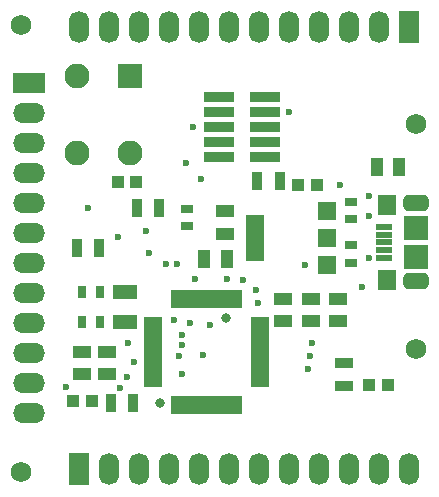
<source format=gts>
G04 Layer_Color=8388736*
%FSLAX44Y44*%
%MOMM*%
G71*
G01*
G75*
%ADD37C,0.6000*%
%ADD41R,1.5032X1.5032*%
%ADD42R,1.5032X4.0032*%
%ADD43R,1.4500X0.5000*%
%ADD44R,1.6032X1.8032*%
%ADD45R,2.1032X2.1032*%
%ADD46R,2.6032X0.9432*%
%ADD47R,0.4932X1.5532*%
%ADD48R,1.5532X0.4932*%
%ADD49R,1.5032X1.1032*%
%ADD50R,0.9032X1.5032*%
%ADD51R,1.1032X0.8032*%
%ADD52R,1.1032X1.5032*%
%ADD53R,1.0032X1.0032*%
%ADD54R,1.5032X0.9032*%
%ADD55R,2.0032X1.2032*%
%ADD56R,0.8032X1.1032*%
%ADD57C,1.7272*%
%ADD58O,1.7032X2.7032*%
%ADD59R,1.7032X2.7032*%
G04:AMPARAMS|DCode=60|XSize=2.2032mm|YSize=1.4032mm|CornerRadius=0.4616mm|HoleSize=0mm|Usage=FLASHONLY|Rotation=180.000|XOffset=0mm|YOffset=0mm|HoleType=Round|Shape=RoundedRectangle|*
%AMROUNDEDRECTD60*
21,1,2.2032,0.4800,0,0,180.0*
21,1,1.2800,1.4032,0,0,180.0*
1,1,0.9232,-0.6400,0.2400*
1,1,0.9232,0.6400,0.2400*
1,1,0.9232,0.6400,-0.2400*
1,1,0.9232,-0.6400,-0.2400*
%
%ADD60ROUNDEDRECTD60*%
%ADD61O,2.7032X1.7032*%
%ADD62R,2.7032X1.7032*%
%ADD63C,2.1032*%
%ADD64C,0.8032*%
D37*
X395000Y354000D02*
D03*
X415000Y355000D02*
D03*
X421030Y379730D02*
D03*
X299000Y328000D02*
D03*
X343000Y455000D02*
D03*
X414000Y504000D02*
D03*
X401000Y517000D02*
D03*
X407000Y548000D02*
D03*
X502000Y431000D02*
D03*
X556000Y472000D02*
D03*
Y437000D02*
D03*
X550000Y412000D02*
D03*
X409000Y419000D02*
D03*
X367000Y460000D02*
D03*
X398000Y339000D02*
D03*
X345000Y327000D02*
D03*
X398000Y363000D02*
D03*
X397999Y371999D02*
D03*
X351000Y336000D02*
D03*
X357000Y349000D02*
D03*
X351999Y364999D02*
D03*
X504402Y343000D02*
D03*
X506000Y354000D02*
D03*
X507402Y365000D02*
D03*
X392999Y431999D02*
D03*
X384000Y432000D02*
D03*
X370000Y441000D02*
D03*
X462000Y399000D02*
D03*
X404000Y382000D02*
D03*
X390999Y383999D02*
D03*
X460000Y410000D02*
D03*
X488000Y560000D02*
D03*
X435760Y419240D02*
D03*
X449000Y418000D02*
D03*
X556000Y489000D02*
D03*
X531000Y499000D02*
D03*
X318000Y479000D02*
D03*
D41*
X520500Y477000D02*
D03*
Y454000D02*
D03*
Y431000D02*
D03*
D42*
X459500Y454000D02*
D03*
D43*
X568625Y437000D02*
D03*
Y443500D02*
D03*
Y450000D02*
D03*
Y456500D02*
D03*
Y463000D02*
D03*
D44*
X570875Y418000D02*
D03*
Y482000D02*
D03*
D45*
X595375Y438000D02*
D03*
Y462000D02*
D03*
X353500Y590500D02*
D03*
D46*
X467500Y522600D02*
D03*
Y535300D02*
D03*
Y548000D02*
D03*
Y560700D02*
D03*
Y573400D02*
D03*
X428500Y522600D02*
D03*
Y535300D02*
D03*
Y548000D02*
D03*
Y560700D02*
D03*
Y573400D02*
D03*
D47*
X390760Y402230D02*
D03*
X395760D02*
D03*
X400760D02*
D03*
X405760D02*
D03*
X410760D02*
D03*
X415760D02*
D03*
X420760D02*
D03*
X425760D02*
D03*
X430760D02*
D03*
X435760D02*
D03*
X440760D02*
D03*
X445760D02*
D03*
Y312230D02*
D03*
X440760D02*
D03*
X435760D02*
D03*
X430760D02*
D03*
X425760D02*
D03*
X420760D02*
D03*
X415760D02*
D03*
X410760D02*
D03*
X405760D02*
D03*
X400760D02*
D03*
X395760D02*
D03*
X390760D02*
D03*
D48*
X463260Y384730D02*
D03*
Y379730D02*
D03*
Y374730D02*
D03*
Y369730D02*
D03*
Y364730D02*
D03*
Y359730D02*
D03*
Y354730D02*
D03*
Y349730D02*
D03*
Y344730D02*
D03*
Y339730D02*
D03*
Y334730D02*
D03*
Y329730D02*
D03*
X373260D02*
D03*
Y334730D02*
D03*
Y339730D02*
D03*
Y344730D02*
D03*
Y349730D02*
D03*
Y354730D02*
D03*
Y359730D02*
D03*
Y364730D02*
D03*
Y369730D02*
D03*
Y374730D02*
D03*
Y379730D02*
D03*
Y384730D02*
D03*
D49*
X313000Y338500D02*
D03*
Y357500D02*
D03*
X334000Y338500D02*
D03*
Y357500D02*
D03*
X434000Y476500D02*
D03*
Y457500D02*
D03*
X507000Y383500D02*
D03*
Y402500D02*
D03*
X483000Y383500D02*
D03*
Y402500D02*
D03*
X530000Y383500D02*
D03*
Y402500D02*
D03*
D50*
X327500Y445000D02*
D03*
X308500D02*
D03*
X480500Y502000D02*
D03*
X461500D02*
D03*
X337500Y314000D02*
D03*
X356500D02*
D03*
X359500Y479000D02*
D03*
X378500D02*
D03*
D51*
X402000Y463500D02*
D03*
Y478500D02*
D03*
X541000Y432500D02*
D03*
Y447500D02*
D03*
Y469500D02*
D03*
Y484500D02*
D03*
D52*
X435500Y436000D02*
D03*
X416500D02*
D03*
X581500Y514000D02*
D03*
X562500D02*
D03*
D53*
X496000Y499000D02*
D03*
X512000D02*
D03*
X321000Y316000D02*
D03*
X305000D02*
D03*
X359000Y501000D02*
D03*
X343000D02*
D03*
X556000Y329000D02*
D03*
X572000D02*
D03*
D54*
X535000Y328500D02*
D03*
Y347500D02*
D03*
D55*
X349680Y382830D02*
D03*
Y407830D02*
D03*
D56*
X312970Y382630D02*
D03*
X327970D02*
D03*
X312970Y408030D02*
D03*
X327970D02*
D03*
D57*
X596000Y550000D02*
D03*
Y360000D02*
D03*
X261000Y634000D02*
D03*
Y256000D02*
D03*
D58*
X310300Y632000D02*
D03*
X335700D02*
D03*
X361100D02*
D03*
X386500D02*
D03*
X411900D02*
D03*
X437300D02*
D03*
X462700D02*
D03*
X488100D02*
D03*
X513500D02*
D03*
X538900D02*
D03*
X564300D02*
D03*
X589700Y258000D02*
D03*
X564300D02*
D03*
X538900D02*
D03*
X513500D02*
D03*
X488100D02*
D03*
X462700D02*
D03*
X437300D02*
D03*
X411900D02*
D03*
X386500D02*
D03*
X361100D02*
D03*
X335700D02*
D03*
D59*
X589700Y632000D02*
D03*
X310300Y258000D02*
D03*
D60*
X595375Y417000D02*
D03*
Y483000D02*
D03*
D61*
X268000Y305300D02*
D03*
Y330700D02*
D03*
Y356100D02*
D03*
Y381500D02*
D03*
Y406900D02*
D03*
Y432300D02*
D03*
Y457700D02*
D03*
Y483100D02*
D03*
Y508500D02*
D03*
Y533900D02*
D03*
Y559300D02*
D03*
D62*
Y584700D02*
D03*
D63*
X353500Y525500D02*
D03*
X308500D02*
D03*
Y590500D02*
D03*
D64*
X435000Y386000D02*
D03*
X379000Y314000D02*
D03*
M02*

</source>
